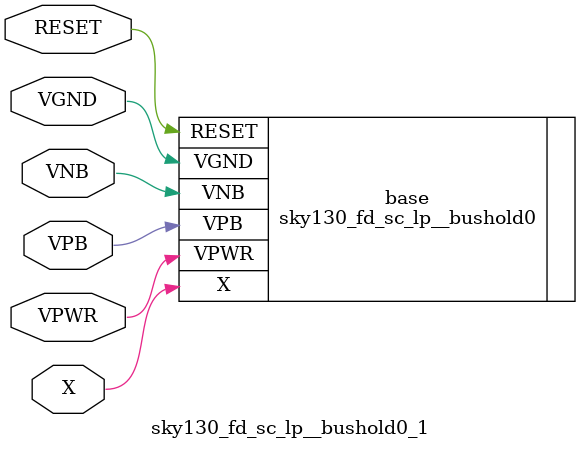
<source format=v>
module sky130_fd_sc_lp__bushold0_1 (
    X    ,
    RESET,
    VPWR ,
    VGND ,
    VPB  ,
    VNB
);
    inout X    ;
    input RESET;
    input VPWR ;
    input VGND ;
    input VPB  ;
    input VNB  ;
    sky130_fd_sc_lp__bushold0 base (
        .X(X),
        .RESET(RESET),
        .VPWR(VPWR),
        .VGND(VGND),
        .VPB(VPB),
        .VNB(VNB)
    );
endmodule
</source>
